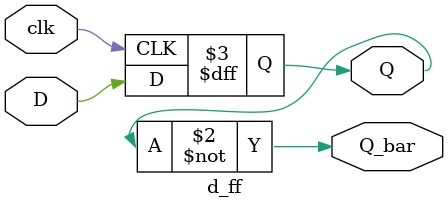
<source format=v>
module sr_using_d(clk,S,R, Q,Q_bar);
   input clk,S,R;
   output Q,Q_bar;
   wire w1;
   
   assign w1 = (S)|(Q & (~R));
   d_ff DF(clk, w1, Q,Q_bar);
   
endmodule

module d_ff(clk,D,Q,Q_bar);
input clk, D;
output reg Q;
output Q_bar;
always @(posedge clk) begin
Q <= D;
end
assign Q_bar = ~Q;
endmodule
</source>
